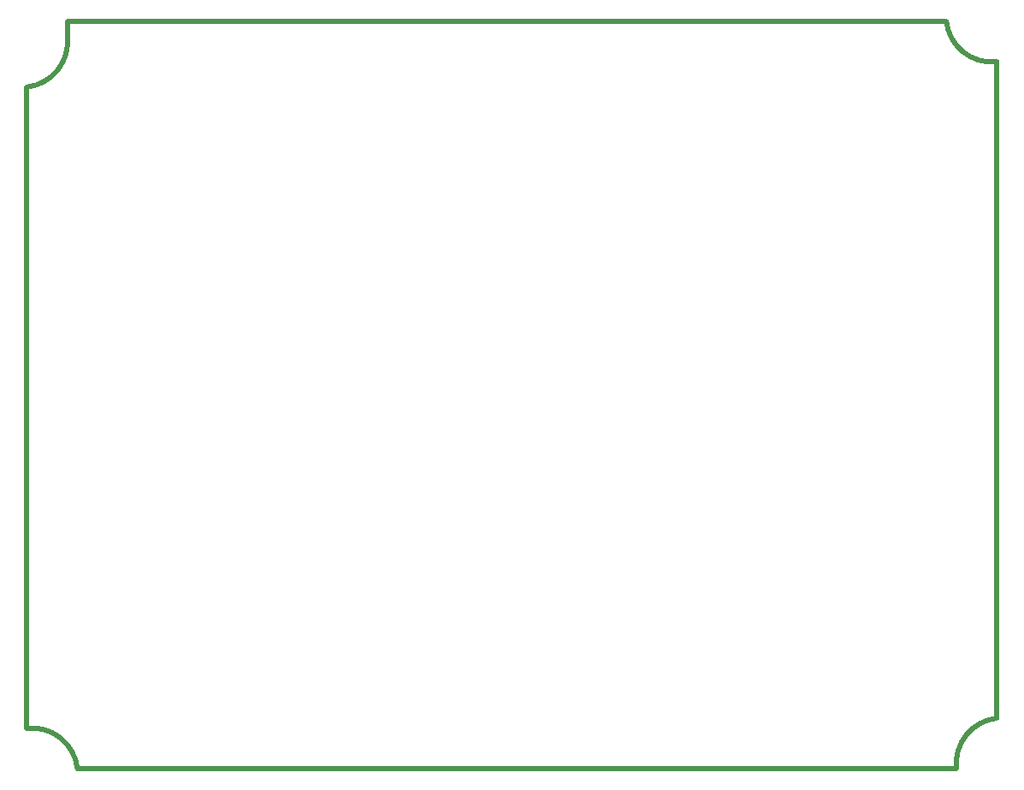
<source format=gko>
G04*
G04 #@! TF.GenerationSoftware,Altium Limited,Altium Designer,22.6.1 (34)*
G04*
G04 Layer_Color=16711935*
%FSLAX44Y44*%
%MOMM*%
G71*
G04*
G04 #@! TF.SameCoordinates,44C52635-D950-46A4-BE53-1BE2AF9ACA8F*
G04*
G04*
G04 #@! TF.FilePolarity,Positive*
G04*
G01*
G75*
%ADD11C,0.5000*%
D11*
X505000Y1040000D02*
G03*
X545000Y1090000I-5000J45000D01*
G01*
X555000Y365000D02*
G03*
X505000Y405000I-45000J-5000D01*
G01*
X1415000Y1105000D02*
G03*
X1465000Y1065000I45000J5000D01*
G01*
Y415000D02*
G03*
X1425000Y365000I5000J-45000D01*
G01*
X545000Y1090000D02*
Y1105000D01*
X545000Y1105000D02*
X545000Y1105000D01*
X545000Y1105000D02*
X600000D01*
X505000Y405000D02*
Y1040000D01*
X600000Y1105000D02*
X1415000D01*
X1465000Y415000D02*
Y1065000D01*
X650000Y365000D02*
X1425000D01*
X555000D02*
X650000D01*
M02*

</source>
